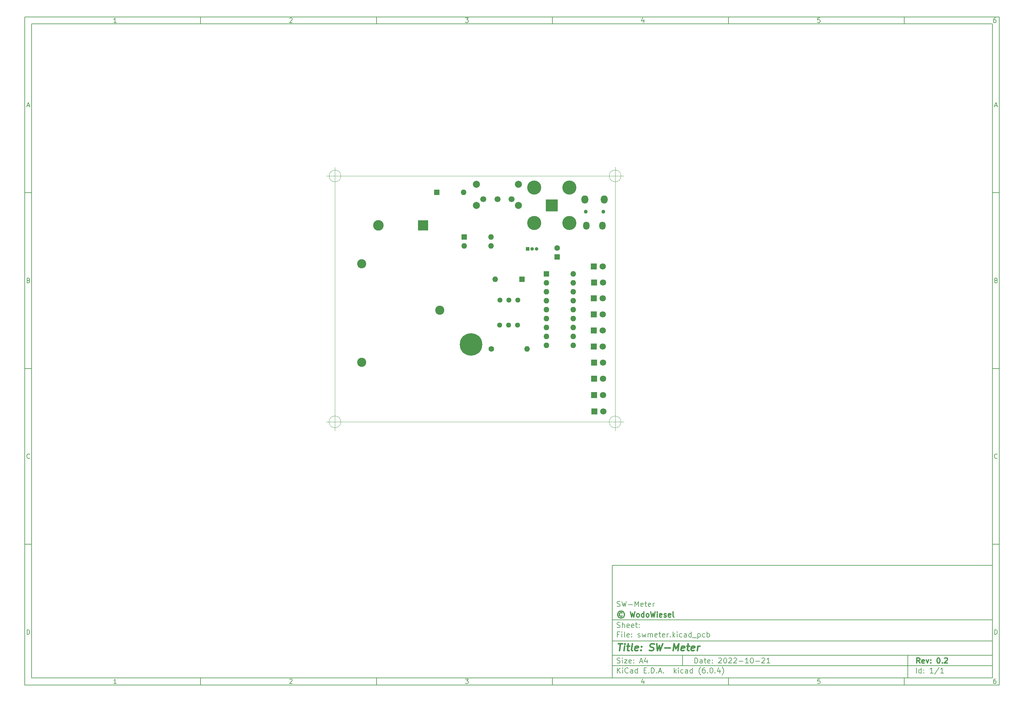
<source format=gbr>
%TF.GenerationSoftware,KiCad,Pcbnew,(6.0.4)*%
%TF.CreationDate,2022-11-07T20:32:36+01:00*%
%TF.ProjectId,swmeter,73776d65-7465-4722-9e6b-696361645f70,0.2*%
%TF.SameCoordinates,PX5d9f490PY775a330*%
%TF.FileFunction,Soldermask,Top*%
%TF.FilePolarity,Negative*%
%FSLAX46Y46*%
G04 Gerber Fmt 4.6, Leading zero omitted, Abs format (unit mm)*
G04 Created by KiCad (PCBNEW (6.0.4)) date 2022-11-07 20:32:36*
%MOMM*%
%LPD*%
G01*
G04 APERTURE LIST*
%ADD10C,0.100000*%
%ADD11C,0.150000*%
%ADD12C,0.300000*%
%ADD13C,0.400000*%
%TA.AperFunction,Profile*%
%ADD14C,0.100000*%
%TD*%
%ADD15R,1.600000X1.600000*%
%ADD16O,1.600000X1.600000*%
%ADD17C,2.000000*%
%ADD18C,1.700000*%
%ADD19R,1.800000X1.800000*%
%ADD20C,1.800000*%
%ADD21C,1.100000*%
%ADD22O,1.800000X2.300000*%
%ADD23O,2.000000X2.300000*%
%ADD24C,1.600000*%
%ADD25C,1.440000*%
%ADD26C,2.600000*%
%ADD27R,3.000000X3.000000*%
%ADD28C,3.000000*%
%ADD29R,1.000000X1.000000*%
%ADD30O,1.000000X1.000000*%
%ADD31C,0.800000*%
%ADD32C,6.400000*%
%ADD33R,3.500000X3.500000*%
%ADD34C,4.000000*%
G04 APERTURE END LIST*
D10*
D11*
X78832200Y-40857200D02*
X78832200Y-72857200D01*
X186832200Y-72857200D01*
X186832200Y-40857200D01*
X78832200Y-40857200D01*
D10*
D11*
X-88170000Y115150000D02*
X-88170000Y-74857200D01*
X188832200Y-74857200D01*
X188832200Y115150000D01*
X-88170000Y115150000D01*
D10*
D11*
X-86170000Y113150000D02*
X-86170000Y-72857200D01*
X186832200Y-72857200D01*
X186832200Y113150000D01*
X-86170000Y113150000D01*
D10*
D11*
X-38170000Y113150000D02*
X-38170000Y115150000D01*
D10*
D11*
X11830000Y113150000D02*
X11830000Y115150000D01*
D10*
D11*
X61830000Y113150000D02*
X61830000Y115150000D01*
D10*
D11*
X111830000Y113150000D02*
X111830000Y115150000D01*
D10*
D11*
X161830000Y113150000D02*
X161830000Y115150000D01*
D10*
D11*
X-62104524Y113561905D02*
X-62847381Y113561905D01*
X-62475953Y113561905D02*
X-62475953Y114861905D01*
X-62599762Y114676191D01*
X-62723572Y114552381D01*
X-62847381Y114490477D01*
D10*
D11*
X-12847381Y114738096D02*
X-12785477Y114800000D01*
X-12661667Y114861905D01*
X-12352143Y114861905D01*
X-12228334Y114800000D01*
X-12166429Y114738096D01*
X-12104524Y114614286D01*
X-12104524Y114490477D01*
X-12166429Y114304762D01*
X-12909286Y113561905D01*
X-12104524Y113561905D01*
D10*
D11*
X37090714Y114861905D02*
X37895476Y114861905D01*
X37462142Y114366667D01*
X37647857Y114366667D01*
X37771666Y114304762D01*
X37833571Y114242858D01*
X37895476Y114119048D01*
X37895476Y113809524D01*
X37833571Y113685715D01*
X37771666Y113623810D01*
X37647857Y113561905D01*
X37276428Y113561905D01*
X37152619Y113623810D01*
X37090714Y113685715D01*
D10*
D11*
X87771666Y114428572D02*
X87771666Y113561905D01*
X87462142Y114923810D02*
X87152619Y113995239D01*
X87957380Y113995239D01*
D10*
D11*
X137833571Y114861905D02*
X137214523Y114861905D01*
X137152619Y114242858D01*
X137214523Y114304762D01*
X137338333Y114366667D01*
X137647857Y114366667D01*
X137771666Y114304762D01*
X137833571Y114242858D01*
X137895476Y114119048D01*
X137895476Y113809524D01*
X137833571Y113685715D01*
X137771666Y113623810D01*
X137647857Y113561905D01*
X137338333Y113561905D01*
X137214523Y113623810D01*
X137152619Y113685715D01*
D10*
D11*
X187771666Y114861905D02*
X187524047Y114861905D01*
X187400238Y114800000D01*
X187338333Y114738096D01*
X187214523Y114552381D01*
X187152619Y114304762D01*
X187152619Y113809524D01*
X187214523Y113685715D01*
X187276428Y113623810D01*
X187400238Y113561905D01*
X187647857Y113561905D01*
X187771666Y113623810D01*
X187833571Y113685715D01*
X187895476Y113809524D01*
X187895476Y114119048D01*
X187833571Y114242858D01*
X187771666Y114304762D01*
X187647857Y114366667D01*
X187400238Y114366667D01*
X187276428Y114304762D01*
X187214523Y114242858D01*
X187152619Y114119048D01*
D10*
D11*
X-38170000Y-72857200D02*
X-38170000Y-74857200D01*
D10*
D11*
X11830000Y-72857200D02*
X11830000Y-74857200D01*
D10*
D11*
X61830000Y-72857200D02*
X61830000Y-74857200D01*
D10*
D11*
X111830000Y-72857200D02*
X111830000Y-74857200D01*
D10*
D11*
X161830000Y-72857200D02*
X161830000Y-74857200D01*
D10*
D11*
X-62104524Y-74445295D02*
X-62847381Y-74445295D01*
X-62475953Y-74445295D02*
X-62475953Y-73145295D01*
X-62599762Y-73331009D01*
X-62723572Y-73454819D01*
X-62847381Y-73516723D01*
D10*
D11*
X-12847381Y-73269104D02*
X-12785477Y-73207200D01*
X-12661667Y-73145295D01*
X-12352143Y-73145295D01*
X-12228334Y-73207200D01*
X-12166429Y-73269104D01*
X-12104524Y-73392914D01*
X-12104524Y-73516723D01*
X-12166429Y-73702438D01*
X-12909286Y-74445295D01*
X-12104524Y-74445295D01*
D10*
D11*
X37090714Y-73145295D02*
X37895476Y-73145295D01*
X37462142Y-73640533D01*
X37647857Y-73640533D01*
X37771666Y-73702438D01*
X37833571Y-73764342D01*
X37895476Y-73888152D01*
X37895476Y-74197676D01*
X37833571Y-74321485D01*
X37771666Y-74383390D01*
X37647857Y-74445295D01*
X37276428Y-74445295D01*
X37152619Y-74383390D01*
X37090714Y-74321485D01*
D10*
D11*
X87771666Y-73578628D02*
X87771666Y-74445295D01*
X87462142Y-73083390D02*
X87152619Y-74011961D01*
X87957380Y-74011961D01*
D10*
D11*
X137833571Y-73145295D02*
X137214523Y-73145295D01*
X137152619Y-73764342D01*
X137214523Y-73702438D01*
X137338333Y-73640533D01*
X137647857Y-73640533D01*
X137771666Y-73702438D01*
X137833571Y-73764342D01*
X137895476Y-73888152D01*
X137895476Y-74197676D01*
X137833571Y-74321485D01*
X137771666Y-74383390D01*
X137647857Y-74445295D01*
X137338333Y-74445295D01*
X137214523Y-74383390D01*
X137152619Y-74321485D01*
D10*
D11*
X187771666Y-73145295D02*
X187524047Y-73145295D01*
X187400238Y-73207200D01*
X187338333Y-73269104D01*
X187214523Y-73454819D01*
X187152619Y-73702438D01*
X187152619Y-74197676D01*
X187214523Y-74321485D01*
X187276428Y-74383390D01*
X187400238Y-74445295D01*
X187647857Y-74445295D01*
X187771666Y-74383390D01*
X187833571Y-74321485D01*
X187895476Y-74197676D01*
X187895476Y-73888152D01*
X187833571Y-73764342D01*
X187771666Y-73702438D01*
X187647857Y-73640533D01*
X187400238Y-73640533D01*
X187276428Y-73702438D01*
X187214523Y-73764342D01*
X187152619Y-73888152D01*
D10*
D11*
X-88170000Y65150000D02*
X-86170000Y65150000D01*
D10*
D11*
X-88170000Y15150000D02*
X-86170000Y15150000D01*
D10*
D11*
X-88170000Y-34850000D02*
X-86170000Y-34850000D01*
D10*
D11*
X-87479524Y89933334D02*
X-86860477Y89933334D01*
X-87603334Y89561905D02*
X-87170000Y90861905D01*
X-86736667Y89561905D01*
D10*
D11*
X-87077143Y40242858D02*
X-86891429Y40180953D01*
X-86829524Y40119048D01*
X-86767620Y39995239D01*
X-86767620Y39809524D01*
X-86829524Y39685715D01*
X-86891429Y39623810D01*
X-87015239Y39561905D01*
X-87510477Y39561905D01*
X-87510477Y40861905D01*
X-87077143Y40861905D01*
X-86953334Y40800000D01*
X-86891429Y40738096D01*
X-86829524Y40614286D01*
X-86829524Y40490477D01*
X-86891429Y40366667D01*
X-86953334Y40304762D01*
X-87077143Y40242858D01*
X-87510477Y40242858D01*
D10*
D11*
X-86767620Y-10314285D02*
X-86829524Y-10376190D01*
X-87015239Y-10438095D01*
X-87139048Y-10438095D01*
X-87324762Y-10376190D01*
X-87448572Y-10252380D01*
X-87510477Y-10128571D01*
X-87572381Y-9880952D01*
X-87572381Y-9695238D01*
X-87510477Y-9447619D01*
X-87448572Y-9323809D01*
X-87324762Y-9200000D01*
X-87139048Y-9138095D01*
X-87015239Y-9138095D01*
X-86829524Y-9200000D01*
X-86767620Y-9261904D01*
D10*
D11*
X-87510477Y-60438095D02*
X-87510477Y-59138095D01*
X-87200953Y-59138095D01*
X-87015239Y-59200000D01*
X-86891429Y-59323809D01*
X-86829524Y-59447619D01*
X-86767620Y-59695238D01*
X-86767620Y-59880952D01*
X-86829524Y-60128571D01*
X-86891429Y-60252380D01*
X-87015239Y-60376190D01*
X-87200953Y-60438095D01*
X-87510477Y-60438095D01*
D10*
D11*
X188832200Y65150000D02*
X186832200Y65150000D01*
D10*
D11*
X188832200Y15150000D02*
X186832200Y15150000D01*
D10*
D11*
X188832200Y-34850000D02*
X186832200Y-34850000D01*
D10*
D11*
X187522676Y89933334D02*
X188141723Y89933334D01*
X187398866Y89561905D02*
X187832200Y90861905D01*
X188265533Y89561905D01*
D10*
D11*
X187925057Y40242858D02*
X188110771Y40180953D01*
X188172676Y40119048D01*
X188234580Y39995239D01*
X188234580Y39809524D01*
X188172676Y39685715D01*
X188110771Y39623810D01*
X187986961Y39561905D01*
X187491723Y39561905D01*
X187491723Y40861905D01*
X187925057Y40861905D01*
X188048866Y40800000D01*
X188110771Y40738096D01*
X188172676Y40614286D01*
X188172676Y40490477D01*
X188110771Y40366667D01*
X188048866Y40304762D01*
X187925057Y40242858D01*
X187491723Y40242858D01*
D10*
D11*
X188234580Y-10314285D02*
X188172676Y-10376190D01*
X187986961Y-10438095D01*
X187863152Y-10438095D01*
X187677438Y-10376190D01*
X187553628Y-10252380D01*
X187491723Y-10128571D01*
X187429819Y-9880952D01*
X187429819Y-9695238D01*
X187491723Y-9447619D01*
X187553628Y-9323809D01*
X187677438Y-9200000D01*
X187863152Y-9138095D01*
X187986961Y-9138095D01*
X188172676Y-9200000D01*
X188234580Y-9261904D01*
D10*
D11*
X187491723Y-60438095D02*
X187491723Y-59138095D01*
X187801247Y-59138095D01*
X187986961Y-59200000D01*
X188110771Y-59323809D01*
X188172676Y-59447619D01*
X188234580Y-59695238D01*
X188234580Y-59880952D01*
X188172676Y-60128571D01*
X188110771Y-60252380D01*
X187986961Y-60376190D01*
X187801247Y-60438095D01*
X187491723Y-60438095D01*
D10*
D11*
X102264342Y-68635771D02*
X102264342Y-67135771D01*
X102621485Y-67135771D01*
X102835771Y-67207200D01*
X102978628Y-67350057D01*
X103050057Y-67492914D01*
X103121485Y-67778628D01*
X103121485Y-67992914D01*
X103050057Y-68278628D01*
X102978628Y-68421485D01*
X102835771Y-68564342D01*
X102621485Y-68635771D01*
X102264342Y-68635771D01*
X104407200Y-68635771D02*
X104407200Y-67850057D01*
X104335771Y-67707200D01*
X104192914Y-67635771D01*
X103907200Y-67635771D01*
X103764342Y-67707200D01*
X104407200Y-68564342D02*
X104264342Y-68635771D01*
X103907200Y-68635771D01*
X103764342Y-68564342D01*
X103692914Y-68421485D01*
X103692914Y-68278628D01*
X103764342Y-68135771D01*
X103907200Y-68064342D01*
X104264342Y-68064342D01*
X104407200Y-67992914D01*
X104907200Y-67635771D02*
X105478628Y-67635771D01*
X105121485Y-67135771D02*
X105121485Y-68421485D01*
X105192914Y-68564342D01*
X105335771Y-68635771D01*
X105478628Y-68635771D01*
X106550057Y-68564342D02*
X106407200Y-68635771D01*
X106121485Y-68635771D01*
X105978628Y-68564342D01*
X105907200Y-68421485D01*
X105907200Y-67850057D01*
X105978628Y-67707200D01*
X106121485Y-67635771D01*
X106407200Y-67635771D01*
X106550057Y-67707200D01*
X106621485Y-67850057D01*
X106621485Y-67992914D01*
X105907200Y-68135771D01*
X107264342Y-68492914D02*
X107335771Y-68564342D01*
X107264342Y-68635771D01*
X107192914Y-68564342D01*
X107264342Y-68492914D01*
X107264342Y-68635771D01*
X107264342Y-67707200D02*
X107335771Y-67778628D01*
X107264342Y-67850057D01*
X107192914Y-67778628D01*
X107264342Y-67707200D01*
X107264342Y-67850057D01*
X109050057Y-67278628D02*
X109121485Y-67207200D01*
X109264342Y-67135771D01*
X109621485Y-67135771D01*
X109764342Y-67207200D01*
X109835771Y-67278628D01*
X109907200Y-67421485D01*
X109907200Y-67564342D01*
X109835771Y-67778628D01*
X108978628Y-68635771D01*
X109907200Y-68635771D01*
X110835771Y-67135771D02*
X110978628Y-67135771D01*
X111121485Y-67207200D01*
X111192914Y-67278628D01*
X111264342Y-67421485D01*
X111335771Y-67707200D01*
X111335771Y-68064342D01*
X111264342Y-68350057D01*
X111192914Y-68492914D01*
X111121485Y-68564342D01*
X110978628Y-68635771D01*
X110835771Y-68635771D01*
X110692914Y-68564342D01*
X110621485Y-68492914D01*
X110550057Y-68350057D01*
X110478628Y-68064342D01*
X110478628Y-67707200D01*
X110550057Y-67421485D01*
X110621485Y-67278628D01*
X110692914Y-67207200D01*
X110835771Y-67135771D01*
X111907200Y-67278628D02*
X111978628Y-67207200D01*
X112121485Y-67135771D01*
X112478628Y-67135771D01*
X112621485Y-67207200D01*
X112692914Y-67278628D01*
X112764342Y-67421485D01*
X112764342Y-67564342D01*
X112692914Y-67778628D01*
X111835771Y-68635771D01*
X112764342Y-68635771D01*
X113335771Y-67278628D02*
X113407200Y-67207200D01*
X113550057Y-67135771D01*
X113907200Y-67135771D01*
X114050057Y-67207200D01*
X114121485Y-67278628D01*
X114192914Y-67421485D01*
X114192914Y-67564342D01*
X114121485Y-67778628D01*
X113264342Y-68635771D01*
X114192914Y-68635771D01*
X114835771Y-68064342D02*
X115978628Y-68064342D01*
X117478628Y-68635771D02*
X116621485Y-68635771D01*
X117050057Y-68635771D02*
X117050057Y-67135771D01*
X116907200Y-67350057D01*
X116764342Y-67492914D01*
X116621485Y-67564342D01*
X118407200Y-67135771D02*
X118550057Y-67135771D01*
X118692914Y-67207200D01*
X118764342Y-67278628D01*
X118835771Y-67421485D01*
X118907200Y-67707200D01*
X118907200Y-68064342D01*
X118835771Y-68350057D01*
X118764342Y-68492914D01*
X118692914Y-68564342D01*
X118550057Y-68635771D01*
X118407200Y-68635771D01*
X118264342Y-68564342D01*
X118192914Y-68492914D01*
X118121485Y-68350057D01*
X118050057Y-68064342D01*
X118050057Y-67707200D01*
X118121485Y-67421485D01*
X118192914Y-67278628D01*
X118264342Y-67207200D01*
X118407200Y-67135771D01*
X119550057Y-68064342D02*
X120692914Y-68064342D01*
X121335771Y-67278628D02*
X121407200Y-67207200D01*
X121550057Y-67135771D01*
X121907200Y-67135771D01*
X122050057Y-67207200D01*
X122121485Y-67278628D01*
X122192914Y-67421485D01*
X122192914Y-67564342D01*
X122121485Y-67778628D01*
X121264342Y-68635771D01*
X122192914Y-68635771D01*
X123621485Y-68635771D02*
X122764342Y-68635771D01*
X123192914Y-68635771D02*
X123192914Y-67135771D01*
X123050057Y-67350057D01*
X122907200Y-67492914D01*
X122764342Y-67564342D01*
D10*
D11*
X78832200Y-69357200D02*
X186832200Y-69357200D01*
D10*
D11*
X80264342Y-71435771D02*
X80264342Y-69935771D01*
X81121485Y-71435771D02*
X80478628Y-70578628D01*
X81121485Y-69935771D02*
X80264342Y-70792914D01*
X81764342Y-71435771D02*
X81764342Y-70435771D01*
X81764342Y-69935771D02*
X81692914Y-70007200D01*
X81764342Y-70078628D01*
X81835771Y-70007200D01*
X81764342Y-69935771D01*
X81764342Y-70078628D01*
X83335771Y-71292914D02*
X83264342Y-71364342D01*
X83050057Y-71435771D01*
X82907200Y-71435771D01*
X82692914Y-71364342D01*
X82550057Y-71221485D01*
X82478628Y-71078628D01*
X82407200Y-70792914D01*
X82407200Y-70578628D01*
X82478628Y-70292914D01*
X82550057Y-70150057D01*
X82692914Y-70007200D01*
X82907200Y-69935771D01*
X83050057Y-69935771D01*
X83264342Y-70007200D01*
X83335771Y-70078628D01*
X84621485Y-71435771D02*
X84621485Y-70650057D01*
X84550057Y-70507200D01*
X84407200Y-70435771D01*
X84121485Y-70435771D01*
X83978628Y-70507200D01*
X84621485Y-71364342D02*
X84478628Y-71435771D01*
X84121485Y-71435771D01*
X83978628Y-71364342D01*
X83907200Y-71221485D01*
X83907200Y-71078628D01*
X83978628Y-70935771D01*
X84121485Y-70864342D01*
X84478628Y-70864342D01*
X84621485Y-70792914D01*
X85978628Y-71435771D02*
X85978628Y-69935771D01*
X85978628Y-71364342D02*
X85835771Y-71435771D01*
X85550057Y-71435771D01*
X85407200Y-71364342D01*
X85335771Y-71292914D01*
X85264342Y-71150057D01*
X85264342Y-70721485D01*
X85335771Y-70578628D01*
X85407200Y-70507200D01*
X85550057Y-70435771D01*
X85835771Y-70435771D01*
X85978628Y-70507200D01*
X87835771Y-70650057D02*
X88335771Y-70650057D01*
X88550057Y-71435771D02*
X87835771Y-71435771D01*
X87835771Y-69935771D01*
X88550057Y-69935771D01*
X89192914Y-71292914D02*
X89264342Y-71364342D01*
X89192914Y-71435771D01*
X89121485Y-71364342D01*
X89192914Y-71292914D01*
X89192914Y-71435771D01*
X89907200Y-71435771D02*
X89907200Y-69935771D01*
X90264342Y-69935771D01*
X90478628Y-70007200D01*
X90621485Y-70150057D01*
X90692914Y-70292914D01*
X90764342Y-70578628D01*
X90764342Y-70792914D01*
X90692914Y-71078628D01*
X90621485Y-71221485D01*
X90478628Y-71364342D01*
X90264342Y-71435771D01*
X89907200Y-71435771D01*
X91407200Y-71292914D02*
X91478628Y-71364342D01*
X91407200Y-71435771D01*
X91335771Y-71364342D01*
X91407200Y-71292914D01*
X91407200Y-71435771D01*
X92050057Y-71007200D02*
X92764342Y-71007200D01*
X91907200Y-71435771D02*
X92407200Y-69935771D01*
X92907200Y-71435771D01*
X93407200Y-71292914D02*
X93478628Y-71364342D01*
X93407200Y-71435771D01*
X93335771Y-71364342D01*
X93407200Y-71292914D01*
X93407200Y-71435771D01*
X96407200Y-71435771D02*
X96407200Y-69935771D01*
X96550057Y-70864342D02*
X96978628Y-71435771D01*
X96978628Y-70435771D02*
X96407200Y-71007200D01*
X97621485Y-71435771D02*
X97621485Y-70435771D01*
X97621485Y-69935771D02*
X97550057Y-70007200D01*
X97621485Y-70078628D01*
X97692914Y-70007200D01*
X97621485Y-69935771D01*
X97621485Y-70078628D01*
X98978628Y-71364342D02*
X98835771Y-71435771D01*
X98550057Y-71435771D01*
X98407200Y-71364342D01*
X98335771Y-71292914D01*
X98264342Y-71150057D01*
X98264342Y-70721485D01*
X98335771Y-70578628D01*
X98407200Y-70507200D01*
X98550057Y-70435771D01*
X98835771Y-70435771D01*
X98978628Y-70507200D01*
X100264342Y-71435771D02*
X100264342Y-70650057D01*
X100192914Y-70507200D01*
X100050057Y-70435771D01*
X99764342Y-70435771D01*
X99621485Y-70507200D01*
X100264342Y-71364342D02*
X100121485Y-71435771D01*
X99764342Y-71435771D01*
X99621485Y-71364342D01*
X99550057Y-71221485D01*
X99550057Y-71078628D01*
X99621485Y-70935771D01*
X99764342Y-70864342D01*
X100121485Y-70864342D01*
X100264342Y-70792914D01*
X101621485Y-71435771D02*
X101621485Y-69935771D01*
X101621485Y-71364342D02*
X101478628Y-71435771D01*
X101192914Y-71435771D01*
X101050057Y-71364342D01*
X100978628Y-71292914D01*
X100907200Y-71150057D01*
X100907200Y-70721485D01*
X100978628Y-70578628D01*
X101050057Y-70507200D01*
X101192914Y-70435771D01*
X101478628Y-70435771D01*
X101621485Y-70507200D01*
X103907200Y-72007200D02*
X103835771Y-71935771D01*
X103692914Y-71721485D01*
X103621485Y-71578628D01*
X103550057Y-71364342D01*
X103478628Y-71007200D01*
X103478628Y-70721485D01*
X103550057Y-70364342D01*
X103621485Y-70150057D01*
X103692914Y-70007200D01*
X103835771Y-69792914D01*
X103907200Y-69721485D01*
X105121485Y-69935771D02*
X104835771Y-69935771D01*
X104692914Y-70007200D01*
X104621485Y-70078628D01*
X104478628Y-70292914D01*
X104407200Y-70578628D01*
X104407200Y-71150057D01*
X104478628Y-71292914D01*
X104550057Y-71364342D01*
X104692914Y-71435771D01*
X104978628Y-71435771D01*
X105121485Y-71364342D01*
X105192914Y-71292914D01*
X105264342Y-71150057D01*
X105264342Y-70792914D01*
X105192914Y-70650057D01*
X105121485Y-70578628D01*
X104978628Y-70507200D01*
X104692914Y-70507200D01*
X104550057Y-70578628D01*
X104478628Y-70650057D01*
X104407200Y-70792914D01*
X105907200Y-71292914D02*
X105978628Y-71364342D01*
X105907200Y-71435771D01*
X105835771Y-71364342D01*
X105907200Y-71292914D01*
X105907200Y-71435771D01*
X106907200Y-69935771D02*
X107050057Y-69935771D01*
X107192914Y-70007200D01*
X107264342Y-70078628D01*
X107335771Y-70221485D01*
X107407200Y-70507200D01*
X107407200Y-70864342D01*
X107335771Y-71150057D01*
X107264342Y-71292914D01*
X107192914Y-71364342D01*
X107050057Y-71435771D01*
X106907200Y-71435771D01*
X106764342Y-71364342D01*
X106692914Y-71292914D01*
X106621485Y-71150057D01*
X106550057Y-70864342D01*
X106550057Y-70507200D01*
X106621485Y-70221485D01*
X106692914Y-70078628D01*
X106764342Y-70007200D01*
X106907200Y-69935771D01*
X108050057Y-71292914D02*
X108121485Y-71364342D01*
X108050057Y-71435771D01*
X107978628Y-71364342D01*
X108050057Y-71292914D01*
X108050057Y-71435771D01*
X109407200Y-70435771D02*
X109407200Y-71435771D01*
X109050057Y-69864342D02*
X108692914Y-70935771D01*
X109621485Y-70935771D01*
X110050057Y-72007200D02*
X110121485Y-71935771D01*
X110264342Y-71721485D01*
X110335771Y-71578628D01*
X110407200Y-71364342D01*
X110478628Y-71007200D01*
X110478628Y-70721485D01*
X110407200Y-70364342D01*
X110335771Y-70150057D01*
X110264342Y-70007200D01*
X110121485Y-69792914D01*
X110050057Y-69721485D01*
D10*
D11*
X78832200Y-66357200D02*
X186832200Y-66357200D01*
D10*
D12*
X166241485Y-68635771D02*
X165741485Y-67921485D01*
X165384342Y-68635771D02*
X165384342Y-67135771D01*
X165955771Y-67135771D01*
X166098628Y-67207200D01*
X166170057Y-67278628D01*
X166241485Y-67421485D01*
X166241485Y-67635771D01*
X166170057Y-67778628D01*
X166098628Y-67850057D01*
X165955771Y-67921485D01*
X165384342Y-67921485D01*
X167455771Y-68564342D02*
X167312914Y-68635771D01*
X167027200Y-68635771D01*
X166884342Y-68564342D01*
X166812914Y-68421485D01*
X166812914Y-67850057D01*
X166884342Y-67707200D01*
X167027200Y-67635771D01*
X167312914Y-67635771D01*
X167455771Y-67707200D01*
X167527200Y-67850057D01*
X167527200Y-67992914D01*
X166812914Y-68135771D01*
X168027200Y-67635771D02*
X168384342Y-68635771D01*
X168741485Y-67635771D01*
X169312914Y-68492914D02*
X169384342Y-68564342D01*
X169312914Y-68635771D01*
X169241485Y-68564342D01*
X169312914Y-68492914D01*
X169312914Y-68635771D01*
X169312914Y-67707200D02*
X169384342Y-67778628D01*
X169312914Y-67850057D01*
X169241485Y-67778628D01*
X169312914Y-67707200D01*
X169312914Y-67850057D01*
X171455771Y-67135771D02*
X171598628Y-67135771D01*
X171741485Y-67207200D01*
X171812914Y-67278628D01*
X171884342Y-67421485D01*
X171955771Y-67707200D01*
X171955771Y-68064342D01*
X171884342Y-68350057D01*
X171812914Y-68492914D01*
X171741485Y-68564342D01*
X171598628Y-68635771D01*
X171455771Y-68635771D01*
X171312914Y-68564342D01*
X171241485Y-68492914D01*
X171170057Y-68350057D01*
X171098628Y-68064342D01*
X171098628Y-67707200D01*
X171170057Y-67421485D01*
X171241485Y-67278628D01*
X171312914Y-67207200D01*
X171455771Y-67135771D01*
X172598628Y-68492914D02*
X172670057Y-68564342D01*
X172598628Y-68635771D01*
X172527200Y-68564342D01*
X172598628Y-68492914D01*
X172598628Y-68635771D01*
X173241485Y-67278628D02*
X173312914Y-67207200D01*
X173455771Y-67135771D01*
X173812914Y-67135771D01*
X173955771Y-67207200D01*
X174027200Y-67278628D01*
X174098628Y-67421485D01*
X174098628Y-67564342D01*
X174027200Y-67778628D01*
X173170057Y-68635771D01*
X174098628Y-68635771D01*
D10*
D11*
X80192914Y-68564342D02*
X80407200Y-68635771D01*
X80764342Y-68635771D01*
X80907200Y-68564342D01*
X80978628Y-68492914D01*
X81050057Y-68350057D01*
X81050057Y-68207200D01*
X80978628Y-68064342D01*
X80907200Y-67992914D01*
X80764342Y-67921485D01*
X80478628Y-67850057D01*
X80335771Y-67778628D01*
X80264342Y-67707200D01*
X80192914Y-67564342D01*
X80192914Y-67421485D01*
X80264342Y-67278628D01*
X80335771Y-67207200D01*
X80478628Y-67135771D01*
X80835771Y-67135771D01*
X81050057Y-67207200D01*
X81692914Y-68635771D02*
X81692914Y-67635771D01*
X81692914Y-67135771D02*
X81621485Y-67207200D01*
X81692914Y-67278628D01*
X81764342Y-67207200D01*
X81692914Y-67135771D01*
X81692914Y-67278628D01*
X82264342Y-67635771D02*
X83050057Y-67635771D01*
X82264342Y-68635771D01*
X83050057Y-68635771D01*
X84192914Y-68564342D02*
X84050057Y-68635771D01*
X83764342Y-68635771D01*
X83621485Y-68564342D01*
X83550057Y-68421485D01*
X83550057Y-67850057D01*
X83621485Y-67707200D01*
X83764342Y-67635771D01*
X84050057Y-67635771D01*
X84192914Y-67707200D01*
X84264342Y-67850057D01*
X84264342Y-67992914D01*
X83550057Y-68135771D01*
X84907200Y-68492914D02*
X84978628Y-68564342D01*
X84907200Y-68635771D01*
X84835771Y-68564342D01*
X84907200Y-68492914D01*
X84907200Y-68635771D01*
X84907200Y-67707200D02*
X84978628Y-67778628D01*
X84907200Y-67850057D01*
X84835771Y-67778628D01*
X84907200Y-67707200D01*
X84907200Y-67850057D01*
X86692914Y-68207200D02*
X87407200Y-68207200D01*
X86550057Y-68635771D02*
X87050057Y-67135771D01*
X87550057Y-68635771D01*
X88692914Y-67635771D02*
X88692914Y-68635771D01*
X88335771Y-67064342D02*
X87978628Y-68135771D01*
X88907200Y-68135771D01*
D10*
D11*
X165264342Y-71435771D02*
X165264342Y-69935771D01*
X166621485Y-71435771D02*
X166621485Y-69935771D01*
X166621485Y-71364342D02*
X166478628Y-71435771D01*
X166192914Y-71435771D01*
X166050057Y-71364342D01*
X165978628Y-71292914D01*
X165907200Y-71150057D01*
X165907200Y-70721485D01*
X165978628Y-70578628D01*
X166050057Y-70507200D01*
X166192914Y-70435771D01*
X166478628Y-70435771D01*
X166621485Y-70507200D01*
X167335771Y-71292914D02*
X167407200Y-71364342D01*
X167335771Y-71435771D01*
X167264342Y-71364342D01*
X167335771Y-71292914D01*
X167335771Y-71435771D01*
X167335771Y-70507200D02*
X167407200Y-70578628D01*
X167335771Y-70650057D01*
X167264342Y-70578628D01*
X167335771Y-70507200D01*
X167335771Y-70650057D01*
X169978628Y-71435771D02*
X169121485Y-71435771D01*
X169550057Y-71435771D02*
X169550057Y-69935771D01*
X169407200Y-70150057D01*
X169264342Y-70292914D01*
X169121485Y-70364342D01*
X171692914Y-69864342D02*
X170407200Y-71792914D01*
X172978628Y-71435771D02*
X172121485Y-71435771D01*
X172550057Y-71435771D02*
X172550057Y-69935771D01*
X172407200Y-70150057D01*
X172264342Y-70292914D01*
X172121485Y-70364342D01*
D10*
D11*
X78832200Y-62357200D02*
X186832200Y-62357200D01*
D10*
D13*
X80544580Y-63061961D02*
X81687438Y-63061961D01*
X80866009Y-65061961D02*
X81116009Y-63061961D01*
X82104104Y-65061961D02*
X82270771Y-63728628D01*
X82354104Y-63061961D02*
X82246961Y-63157200D01*
X82330295Y-63252438D01*
X82437438Y-63157200D01*
X82354104Y-63061961D01*
X82330295Y-63252438D01*
X82937438Y-63728628D02*
X83699342Y-63728628D01*
X83306485Y-63061961D02*
X83092200Y-64776247D01*
X83163628Y-64966723D01*
X83342200Y-65061961D01*
X83532676Y-65061961D01*
X84485057Y-65061961D02*
X84306485Y-64966723D01*
X84235057Y-64776247D01*
X84449342Y-63061961D01*
X86020771Y-64966723D02*
X85818390Y-65061961D01*
X85437438Y-65061961D01*
X85258866Y-64966723D01*
X85187438Y-64776247D01*
X85282676Y-64014342D01*
X85401723Y-63823866D01*
X85604104Y-63728628D01*
X85985057Y-63728628D01*
X86163628Y-63823866D01*
X86235057Y-64014342D01*
X86211247Y-64204819D01*
X85235057Y-64395295D01*
X86985057Y-64871485D02*
X87068390Y-64966723D01*
X86961247Y-65061961D01*
X86877914Y-64966723D01*
X86985057Y-64871485D01*
X86961247Y-65061961D01*
X87116009Y-63823866D02*
X87199342Y-63919104D01*
X87092200Y-64014342D01*
X87008866Y-63919104D01*
X87116009Y-63823866D01*
X87092200Y-64014342D01*
X89354104Y-64966723D02*
X89627914Y-65061961D01*
X90104104Y-65061961D01*
X90306485Y-64966723D01*
X90413628Y-64871485D01*
X90532676Y-64681009D01*
X90556485Y-64490533D01*
X90485057Y-64300057D01*
X90401723Y-64204819D01*
X90223152Y-64109580D01*
X89854104Y-64014342D01*
X89675533Y-63919104D01*
X89592200Y-63823866D01*
X89520771Y-63633390D01*
X89544580Y-63442914D01*
X89663628Y-63252438D01*
X89770771Y-63157200D01*
X89973152Y-63061961D01*
X90449342Y-63061961D01*
X90723152Y-63157200D01*
X91401723Y-63061961D02*
X91627914Y-65061961D01*
X92187438Y-63633390D01*
X92389819Y-65061961D01*
X93116009Y-63061961D01*
X93723152Y-64300057D02*
X95246961Y-64300057D01*
X96104104Y-65061961D02*
X96354104Y-63061961D01*
X96842200Y-64490533D01*
X97687438Y-63061961D01*
X97437438Y-65061961D01*
X99163628Y-64966723D02*
X98961247Y-65061961D01*
X98580295Y-65061961D01*
X98401723Y-64966723D01*
X98330295Y-64776247D01*
X98425533Y-64014342D01*
X98544580Y-63823866D01*
X98746961Y-63728628D01*
X99127914Y-63728628D01*
X99306485Y-63823866D01*
X99377914Y-64014342D01*
X99354104Y-64204819D01*
X98377914Y-64395295D01*
X99985057Y-63728628D02*
X100746961Y-63728628D01*
X100354104Y-63061961D02*
X100139819Y-64776247D01*
X100211247Y-64966723D01*
X100389819Y-65061961D01*
X100580295Y-65061961D01*
X102020771Y-64966723D02*
X101818390Y-65061961D01*
X101437438Y-65061961D01*
X101258866Y-64966723D01*
X101187438Y-64776247D01*
X101282676Y-64014342D01*
X101401723Y-63823866D01*
X101604104Y-63728628D01*
X101985057Y-63728628D01*
X102163628Y-63823866D01*
X102235057Y-64014342D01*
X102211247Y-64204819D01*
X101235057Y-64395295D01*
X102961247Y-65061961D02*
X103127914Y-63728628D01*
X103080295Y-64109580D02*
X103199342Y-63919104D01*
X103306485Y-63823866D01*
X103508866Y-63728628D01*
X103699342Y-63728628D01*
D10*
D11*
X80764342Y-60450057D02*
X80264342Y-60450057D01*
X80264342Y-61235771D02*
X80264342Y-59735771D01*
X80978628Y-59735771D01*
X81550057Y-61235771D02*
X81550057Y-60235771D01*
X81550057Y-59735771D02*
X81478628Y-59807200D01*
X81550057Y-59878628D01*
X81621485Y-59807200D01*
X81550057Y-59735771D01*
X81550057Y-59878628D01*
X82478628Y-61235771D02*
X82335771Y-61164342D01*
X82264342Y-61021485D01*
X82264342Y-59735771D01*
X83621485Y-61164342D02*
X83478628Y-61235771D01*
X83192914Y-61235771D01*
X83050057Y-61164342D01*
X82978628Y-61021485D01*
X82978628Y-60450057D01*
X83050057Y-60307200D01*
X83192914Y-60235771D01*
X83478628Y-60235771D01*
X83621485Y-60307200D01*
X83692914Y-60450057D01*
X83692914Y-60592914D01*
X82978628Y-60735771D01*
X84335771Y-61092914D02*
X84407200Y-61164342D01*
X84335771Y-61235771D01*
X84264342Y-61164342D01*
X84335771Y-61092914D01*
X84335771Y-61235771D01*
X84335771Y-60307200D02*
X84407200Y-60378628D01*
X84335771Y-60450057D01*
X84264342Y-60378628D01*
X84335771Y-60307200D01*
X84335771Y-60450057D01*
X86121485Y-61164342D02*
X86264342Y-61235771D01*
X86550057Y-61235771D01*
X86692914Y-61164342D01*
X86764342Y-61021485D01*
X86764342Y-60950057D01*
X86692914Y-60807200D01*
X86550057Y-60735771D01*
X86335771Y-60735771D01*
X86192914Y-60664342D01*
X86121485Y-60521485D01*
X86121485Y-60450057D01*
X86192914Y-60307200D01*
X86335771Y-60235771D01*
X86550057Y-60235771D01*
X86692914Y-60307200D01*
X87264342Y-60235771D02*
X87550057Y-61235771D01*
X87835771Y-60521485D01*
X88121485Y-61235771D01*
X88407200Y-60235771D01*
X88978628Y-61235771D02*
X88978628Y-60235771D01*
X88978628Y-60378628D02*
X89050057Y-60307200D01*
X89192914Y-60235771D01*
X89407200Y-60235771D01*
X89550057Y-60307200D01*
X89621485Y-60450057D01*
X89621485Y-61235771D01*
X89621485Y-60450057D02*
X89692914Y-60307200D01*
X89835771Y-60235771D01*
X90050057Y-60235771D01*
X90192914Y-60307200D01*
X90264342Y-60450057D01*
X90264342Y-61235771D01*
X91550057Y-61164342D02*
X91407200Y-61235771D01*
X91121485Y-61235771D01*
X90978628Y-61164342D01*
X90907200Y-61021485D01*
X90907200Y-60450057D01*
X90978628Y-60307200D01*
X91121485Y-60235771D01*
X91407200Y-60235771D01*
X91550057Y-60307200D01*
X91621485Y-60450057D01*
X91621485Y-60592914D01*
X90907200Y-60735771D01*
X92050057Y-60235771D02*
X92621485Y-60235771D01*
X92264342Y-59735771D02*
X92264342Y-61021485D01*
X92335771Y-61164342D01*
X92478628Y-61235771D01*
X92621485Y-61235771D01*
X93692914Y-61164342D02*
X93550057Y-61235771D01*
X93264342Y-61235771D01*
X93121485Y-61164342D01*
X93050057Y-61021485D01*
X93050057Y-60450057D01*
X93121485Y-60307200D01*
X93264342Y-60235771D01*
X93550057Y-60235771D01*
X93692914Y-60307200D01*
X93764342Y-60450057D01*
X93764342Y-60592914D01*
X93050057Y-60735771D01*
X94407200Y-61235771D02*
X94407200Y-60235771D01*
X94407200Y-60521485D02*
X94478628Y-60378628D01*
X94550057Y-60307200D01*
X94692914Y-60235771D01*
X94835771Y-60235771D01*
X95335771Y-61092914D02*
X95407200Y-61164342D01*
X95335771Y-61235771D01*
X95264342Y-61164342D01*
X95335771Y-61092914D01*
X95335771Y-61235771D01*
X96050057Y-61235771D02*
X96050057Y-59735771D01*
X96192914Y-60664342D02*
X96621485Y-61235771D01*
X96621485Y-60235771D02*
X96050057Y-60807200D01*
X97264342Y-61235771D02*
X97264342Y-60235771D01*
X97264342Y-59735771D02*
X97192914Y-59807200D01*
X97264342Y-59878628D01*
X97335771Y-59807200D01*
X97264342Y-59735771D01*
X97264342Y-59878628D01*
X98621485Y-61164342D02*
X98478628Y-61235771D01*
X98192914Y-61235771D01*
X98050057Y-61164342D01*
X97978628Y-61092914D01*
X97907200Y-60950057D01*
X97907200Y-60521485D01*
X97978628Y-60378628D01*
X98050057Y-60307200D01*
X98192914Y-60235771D01*
X98478628Y-60235771D01*
X98621485Y-60307200D01*
X99907200Y-61235771D02*
X99907200Y-60450057D01*
X99835771Y-60307200D01*
X99692914Y-60235771D01*
X99407200Y-60235771D01*
X99264342Y-60307200D01*
X99907200Y-61164342D02*
X99764342Y-61235771D01*
X99407200Y-61235771D01*
X99264342Y-61164342D01*
X99192914Y-61021485D01*
X99192914Y-60878628D01*
X99264342Y-60735771D01*
X99407200Y-60664342D01*
X99764342Y-60664342D01*
X99907200Y-60592914D01*
X101264342Y-61235771D02*
X101264342Y-59735771D01*
X101264342Y-61164342D02*
X101121485Y-61235771D01*
X100835771Y-61235771D01*
X100692914Y-61164342D01*
X100621485Y-61092914D01*
X100550057Y-60950057D01*
X100550057Y-60521485D01*
X100621485Y-60378628D01*
X100692914Y-60307200D01*
X100835771Y-60235771D01*
X101121485Y-60235771D01*
X101264342Y-60307200D01*
X101621485Y-61378628D02*
X102764342Y-61378628D01*
X103121485Y-60235771D02*
X103121485Y-61735771D01*
X103121485Y-60307200D02*
X103264342Y-60235771D01*
X103550057Y-60235771D01*
X103692914Y-60307200D01*
X103764342Y-60378628D01*
X103835771Y-60521485D01*
X103835771Y-60950057D01*
X103764342Y-61092914D01*
X103692914Y-61164342D01*
X103550057Y-61235771D01*
X103264342Y-61235771D01*
X103121485Y-61164342D01*
X105121485Y-61164342D02*
X104978628Y-61235771D01*
X104692914Y-61235771D01*
X104550057Y-61164342D01*
X104478628Y-61092914D01*
X104407200Y-60950057D01*
X104407200Y-60521485D01*
X104478628Y-60378628D01*
X104550057Y-60307200D01*
X104692914Y-60235771D01*
X104978628Y-60235771D01*
X105121485Y-60307200D01*
X105764342Y-61235771D02*
X105764342Y-59735771D01*
X105764342Y-60307200D02*
X105907200Y-60235771D01*
X106192914Y-60235771D01*
X106335771Y-60307200D01*
X106407200Y-60378628D01*
X106478628Y-60521485D01*
X106478628Y-60950057D01*
X106407200Y-61092914D01*
X106335771Y-61164342D01*
X106192914Y-61235771D01*
X105907200Y-61235771D01*
X105764342Y-61164342D01*
D10*
D11*
X78832200Y-56357200D02*
X186832200Y-56357200D01*
D10*
D11*
X80192914Y-58464342D02*
X80407200Y-58535771D01*
X80764342Y-58535771D01*
X80907200Y-58464342D01*
X80978628Y-58392914D01*
X81050057Y-58250057D01*
X81050057Y-58107200D01*
X80978628Y-57964342D01*
X80907200Y-57892914D01*
X80764342Y-57821485D01*
X80478628Y-57750057D01*
X80335771Y-57678628D01*
X80264342Y-57607200D01*
X80192914Y-57464342D01*
X80192914Y-57321485D01*
X80264342Y-57178628D01*
X80335771Y-57107200D01*
X80478628Y-57035771D01*
X80835771Y-57035771D01*
X81050057Y-57107200D01*
X81692914Y-58535771D02*
X81692914Y-57035771D01*
X82335771Y-58535771D02*
X82335771Y-57750057D01*
X82264342Y-57607200D01*
X82121485Y-57535771D01*
X81907200Y-57535771D01*
X81764342Y-57607200D01*
X81692914Y-57678628D01*
X83621485Y-58464342D02*
X83478628Y-58535771D01*
X83192914Y-58535771D01*
X83050057Y-58464342D01*
X82978628Y-58321485D01*
X82978628Y-57750057D01*
X83050057Y-57607200D01*
X83192914Y-57535771D01*
X83478628Y-57535771D01*
X83621485Y-57607200D01*
X83692914Y-57750057D01*
X83692914Y-57892914D01*
X82978628Y-58035771D01*
X84907200Y-58464342D02*
X84764342Y-58535771D01*
X84478628Y-58535771D01*
X84335771Y-58464342D01*
X84264342Y-58321485D01*
X84264342Y-57750057D01*
X84335771Y-57607200D01*
X84478628Y-57535771D01*
X84764342Y-57535771D01*
X84907200Y-57607200D01*
X84978628Y-57750057D01*
X84978628Y-57892914D01*
X84264342Y-58035771D01*
X85407200Y-57535771D02*
X85978628Y-57535771D01*
X85621485Y-57035771D02*
X85621485Y-58321485D01*
X85692914Y-58464342D01*
X85835771Y-58535771D01*
X85978628Y-58535771D01*
X86478628Y-58392914D02*
X86550057Y-58464342D01*
X86478628Y-58535771D01*
X86407200Y-58464342D01*
X86478628Y-58392914D01*
X86478628Y-58535771D01*
X86478628Y-57607200D02*
X86550057Y-57678628D01*
X86478628Y-57750057D01*
X86407200Y-57678628D01*
X86478628Y-57607200D01*
X86478628Y-57750057D01*
D10*
D12*
X81598628Y-54392914D02*
X81455771Y-54321485D01*
X81170057Y-54321485D01*
X81027200Y-54392914D01*
X80884342Y-54535771D01*
X80812914Y-54678628D01*
X80812914Y-54964342D01*
X80884342Y-55107200D01*
X81027200Y-55250057D01*
X81170057Y-55321485D01*
X81455771Y-55321485D01*
X81598628Y-55250057D01*
X81312914Y-53821485D02*
X80955771Y-53892914D01*
X80598628Y-54107200D01*
X80384342Y-54464342D01*
X80312914Y-54821485D01*
X80384342Y-55178628D01*
X80598628Y-55535771D01*
X80955771Y-55750057D01*
X81312914Y-55821485D01*
X81670057Y-55750057D01*
X82027200Y-55535771D01*
X82241485Y-55178628D01*
X82312914Y-54821485D01*
X82241485Y-54464342D01*
X82027200Y-54107200D01*
X81670057Y-53892914D01*
X81312914Y-53821485D01*
X83955771Y-54035771D02*
X84312914Y-55535771D01*
X84598628Y-54464342D01*
X84884342Y-55535771D01*
X85241485Y-54035771D01*
X86027200Y-55535771D02*
X85884342Y-55464342D01*
X85812914Y-55392914D01*
X85741485Y-55250057D01*
X85741485Y-54821485D01*
X85812914Y-54678628D01*
X85884342Y-54607200D01*
X86027200Y-54535771D01*
X86241485Y-54535771D01*
X86384342Y-54607200D01*
X86455771Y-54678628D01*
X86527200Y-54821485D01*
X86527200Y-55250057D01*
X86455771Y-55392914D01*
X86384342Y-55464342D01*
X86241485Y-55535771D01*
X86027200Y-55535771D01*
X87812914Y-55535771D02*
X87812914Y-54035771D01*
X87812914Y-55464342D02*
X87670057Y-55535771D01*
X87384342Y-55535771D01*
X87241485Y-55464342D01*
X87170057Y-55392914D01*
X87098628Y-55250057D01*
X87098628Y-54821485D01*
X87170057Y-54678628D01*
X87241485Y-54607200D01*
X87384342Y-54535771D01*
X87670057Y-54535771D01*
X87812914Y-54607200D01*
X88741485Y-55535771D02*
X88598628Y-55464342D01*
X88527200Y-55392914D01*
X88455771Y-55250057D01*
X88455771Y-54821485D01*
X88527200Y-54678628D01*
X88598628Y-54607200D01*
X88741485Y-54535771D01*
X88955771Y-54535771D01*
X89098628Y-54607200D01*
X89170057Y-54678628D01*
X89241485Y-54821485D01*
X89241485Y-55250057D01*
X89170057Y-55392914D01*
X89098628Y-55464342D01*
X88955771Y-55535771D01*
X88741485Y-55535771D01*
X89741485Y-54035771D02*
X90098628Y-55535771D01*
X90384342Y-54464342D01*
X90670057Y-55535771D01*
X91027200Y-54035771D01*
X91598628Y-55535771D02*
X91598628Y-54535771D01*
X91598628Y-54035771D02*
X91527200Y-54107200D01*
X91598628Y-54178628D01*
X91670057Y-54107200D01*
X91598628Y-54035771D01*
X91598628Y-54178628D01*
X92884342Y-55464342D02*
X92741485Y-55535771D01*
X92455771Y-55535771D01*
X92312914Y-55464342D01*
X92241485Y-55321485D01*
X92241485Y-54750057D01*
X92312914Y-54607200D01*
X92455771Y-54535771D01*
X92741485Y-54535771D01*
X92884342Y-54607200D01*
X92955771Y-54750057D01*
X92955771Y-54892914D01*
X92241485Y-55035771D01*
X93527200Y-55464342D02*
X93670057Y-55535771D01*
X93955771Y-55535771D01*
X94098628Y-55464342D01*
X94170057Y-55321485D01*
X94170057Y-55250057D01*
X94098628Y-55107200D01*
X93955771Y-55035771D01*
X93741485Y-55035771D01*
X93598628Y-54964342D01*
X93527200Y-54821485D01*
X93527200Y-54750057D01*
X93598628Y-54607200D01*
X93741485Y-54535771D01*
X93955771Y-54535771D01*
X94098628Y-54607200D01*
X95384342Y-55464342D02*
X95241485Y-55535771D01*
X94955771Y-55535771D01*
X94812914Y-55464342D01*
X94741485Y-55321485D01*
X94741485Y-54750057D01*
X94812914Y-54607200D01*
X94955771Y-54535771D01*
X95241485Y-54535771D01*
X95384342Y-54607200D01*
X95455771Y-54750057D01*
X95455771Y-54892914D01*
X94741485Y-55035771D01*
X96312914Y-55535771D02*
X96170057Y-55464342D01*
X96098628Y-55321485D01*
X96098628Y-54035771D01*
D10*
D11*
X80192914Y-52464342D02*
X80407200Y-52535771D01*
X80764342Y-52535771D01*
X80907200Y-52464342D01*
X80978628Y-52392914D01*
X81050057Y-52250057D01*
X81050057Y-52107200D01*
X80978628Y-51964342D01*
X80907200Y-51892914D01*
X80764342Y-51821485D01*
X80478628Y-51750057D01*
X80335771Y-51678628D01*
X80264342Y-51607200D01*
X80192914Y-51464342D01*
X80192914Y-51321485D01*
X80264342Y-51178628D01*
X80335771Y-51107200D01*
X80478628Y-51035771D01*
X80835771Y-51035771D01*
X81050057Y-51107200D01*
X81550057Y-51035771D02*
X81907200Y-52535771D01*
X82192914Y-51464342D01*
X82478628Y-52535771D01*
X82835771Y-51035771D01*
X83407200Y-51964342D02*
X84550057Y-51964342D01*
X85264342Y-52535771D02*
X85264342Y-51035771D01*
X85764342Y-52107200D01*
X86264342Y-51035771D01*
X86264342Y-52535771D01*
X87550057Y-52464342D02*
X87407200Y-52535771D01*
X87121485Y-52535771D01*
X86978628Y-52464342D01*
X86907200Y-52321485D01*
X86907200Y-51750057D01*
X86978628Y-51607200D01*
X87121485Y-51535771D01*
X87407200Y-51535771D01*
X87550057Y-51607200D01*
X87621485Y-51750057D01*
X87621485Y-51892914D01*
X86907200Y-52035771D01*
X88050057Y-51535771D02*
X88621485Y-51535771D01*
X88264342Y-51035771D02*
X88264342Y-52321485D01*
X88335771Y-52464342D01*
X88478628Y-52535771D01*
X88621485Y-52535771D01*
X89692914Y-52464342D02*
X89550057Y-52535771D01*
X89264342Y-52535771D01*
X89121485Y-52464342D01*
X89050057Y-52321485D01*
X89050057Y-51750057D01*
X89121485Y-51607200D01*
X89264342Y-51535771D01*
X89550057Y-51535771D01*
X89692914Y-51607200D01*
X89764342Y-51750057D01*
X89764342Y-51892914D01*
X89050057Y-52035771D01*
X90407200Y-52535771D02*
X90407200Y-51535771D01*
X90407200Y-51821485D02*
X90478628Y-51678628D01*
X90550057Y-51607200D01*
X90692914Y-51535771D01*
X90835771Y-51535771D01*
D10*
D11*
D10*
D11*
D10*
D11*
D10*
D11*
X98832200Y-66357200D02*
X98832200Y-69357200D01*
D10*
D11*
X162832200Y-66357200D02*
X162832200Y-72857200D01*
D14*
X79620000Y69915000D02*
X-15000Y69915000D01*
X-15000Y69915000D02*
X-15000Y-35000D01*
X-15000Y-35000D02*
X79620000Y-35000D01*
X79620000Y-35000D02*
X79620000Y69915000D01*
X81286666Y-35000D02*
G75*
G03*
X81286666Y-35000I-1666666J0D01*
G01*
X77120000Y-35000D02*
X82120000Y-35000D01*
X79620000Y2465000D02*
X79620000Y-2535000D01*
X1666666Y-20000D02*
G75*
G03*
X1666666Y-20000I-1666666J0D01*
G01*
X-2500000Y-20000D02*
X2500000Y-20000D01*
X0Y2480000D02*
X0Y-2520000D01*
X1696666Y69910000D02*
G75*
G03*
X1696666Y69910000I-1666666J0D01*
G01*
X-2470000Y69910000D02*
X2530000Y69910000D01*
X30000Y72410000D02*
X30000Y67410000D01*
X81306666Y69930000D02*
G75*
G03*
X81306666Y69930000I-1666666J0D01*
G01*
X77140000Y69930000D02*
X82140000Y69930000D01*
X79640000Y72430000D02*
X79640000Y67430000D01*
D15*
%TO.C,SW1*%
X28912500Y65225000D03*
D16*
X36532500Y65225000D03*
%TD*%
D17*
%TO.C,SW2*%
X52180000Y67575000D03*
X40180000Y67575000D03*
X52180000Y61575000D03*
X40180000Y61575000D03*
D18*
X50180000Y63325000D03*
X46180000Y63325000D03*
X42180000Y63325000D03*
%TD*%
D19*
%TO.C,D4*%
X73610000Y16820000D03*
D20*
X76150000Y16820000D03*
%TD*%
D21*
%TO.C,J1*%
X71255000Y59750000D03*
X76255000Y59750000D03*
D22*
X76055000Y55750000D03*
X71455000Y55750000D03*
D23*
X76505000Y63250000D03*
X71005000Y63250000D03*
%TD*%
D15*
%TO.C,CV1*%
X63120000Y46918000D03*
D24*
X63120000Y49418000D03*
%TD*%
D25*
%TO.C,RV1*%
X46865000Y34625000D03*
X49405000Y34625000D03*
X51945000Y34625000D03*
%TD*%
D19*
%TO.C,D10*%
X73585000Y44220000D03*
D20*
X76125000Y44220000D03*
%TD*%
D26*
%TO.C,BT1*%
X7630000Y44950000D03*
X29830000Y31700000D03*
X7630000Y16950000D03*
D27*
X25080000Y55850000D03*
D28*
X12380000Y55850000D03*
%TD*%
D29*
%TO.C,J3*%
X54795000Y49190000D03*
D30*
X56065000Y49190000D03*
X57335000Y49190000D03*
%TD*%
D19*
%TO.C,D1*%
X73710000Y2970000D03*
D20*
X76250000Y2970000D03*
%TD*%
D19*
%TO.C,D9*%
X73610000Y39645000D03*
D20*
X76150000Y39645000D03*
%TD*%
D19*
%TO.C,D5*%
X73585000Y21420000D03*
D20*
X76125000Y21420000D03*
%TD*%
D19*
%TO.C,D7*%
X73560000Y30520000D03*
D20*
X76100000Y30520000D03*
%TD*%
D31*
%TO.C,REF1*%
X36290000Y21970000D03*
X40387056Y20272944D03*
X41090000Y21970000D03*
X40387056Y23667056D03*
D32*
X38690000Y21970000D03*
D31*
X36992944Y23667056D03*
X38690000Y24370000D03*
X36992944Y20272944D03*
X38690000Y19570000D03*
%TD*%
D15*
%TO.C,SW3*%
X36705000Y52575000D03*
D16*
X36705000Y50035000D03*
X44325000Y50035000D03*
X44325000Y52575000D03*
%TD*%
D24*
%TO.C,R1*%
X44480000Y20720000D03*
D16*
X54640000Y20720000D03*
%TD*%
D15*
%TO.C,U1*%
X60140000Y42030000D03*
D16*
X60140000Y39490000D03*
X60140000Y36950000D03*
X60140000Y34410000D03*
X60140000Y31870000D03*
X60140000Y29330000D03*
X60140000Y26790000D03*
X60140000Y24250000D03*
X60140000Y21710000D03*
X67760000Y21710000D03*
X67760000Y24250000D03*
X67760000Y26790000D03*
X67760000Y29330000D03*
X67760000Y31870000D03*
X67760000Y34410000D03*
X67760000Y36950000D03*
X67760000Y39490000D03*
X67760000Y42030000D03*
%TD*%
D33*
%TO.C,J2*%
X61630000Y61550000D03*
D34*
X66655000Y56525000D03*
X66655000Y66575000D03*
X56605000Y56525000D03*
X56605000Y66575000D03*
%TD*%
D19*
%TO.C,D2*%
X73660000Y7620000D03*
D20*
X76200000Y7620000D03*
%TD*%
D15*
%TO.C,D0*%
X53140000Y40550000D03*
D16*
X45520000Y40550000D03*
%TD*%
D19*
%TO.C,D3*%
X73635000Y12220000D03*
D20*
X76175000Y12220000D03*
%TD*%
D19*
%TO.C,D8*%
X73560000Y35095000D03*
D20*
X76100000Y35095000D03*
%TD*%
D25*
%TO.C,RV2*%
X46835000Y27535000D03*
X49375000Y27535000D03*
X51915000Y27535000D03*
%TD*%
D19*
%TO.C,D6*%
X73560000Y25970000D03*
D20*
X76100000Y25970000D03*
%TD*%
M02*

</source>
